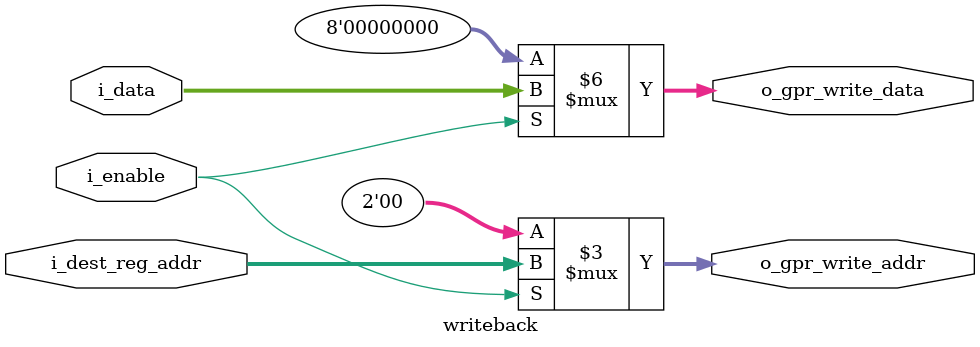
<source format=v>
`timescale 1ns / 1ps


module writeback(
    input i_enable,  
    input [1:0]i_dest_reg_addr, 
    input [7:0] i_data,
    output reg [7:0] o_gpr_write_data,
    output reg [1:0] o_gpr_write_addr
    );
    
    always @(*) begin 
        if(i_enable) begin
            o_gpr_write_data = i_data ; 
            o_gpr_write_addr = i_dest_reg_addr; 
        end else begin 
          o_gpr_write_data = 8'b0; 
          o_gpr_write_addr = 2'b0;   
        end 
    end
    
//    always @(posedge clk or posedge reset) begin
//        if(reset) begin
//            output_results <= 8'b0; 
//            destReg <= 2'b0; 
//            end
//        else if(enable) begin 
//            output_results <= results; 
//            destReg <= inputReg; 
//        end
        
//    end
    
endmodule

</source>
